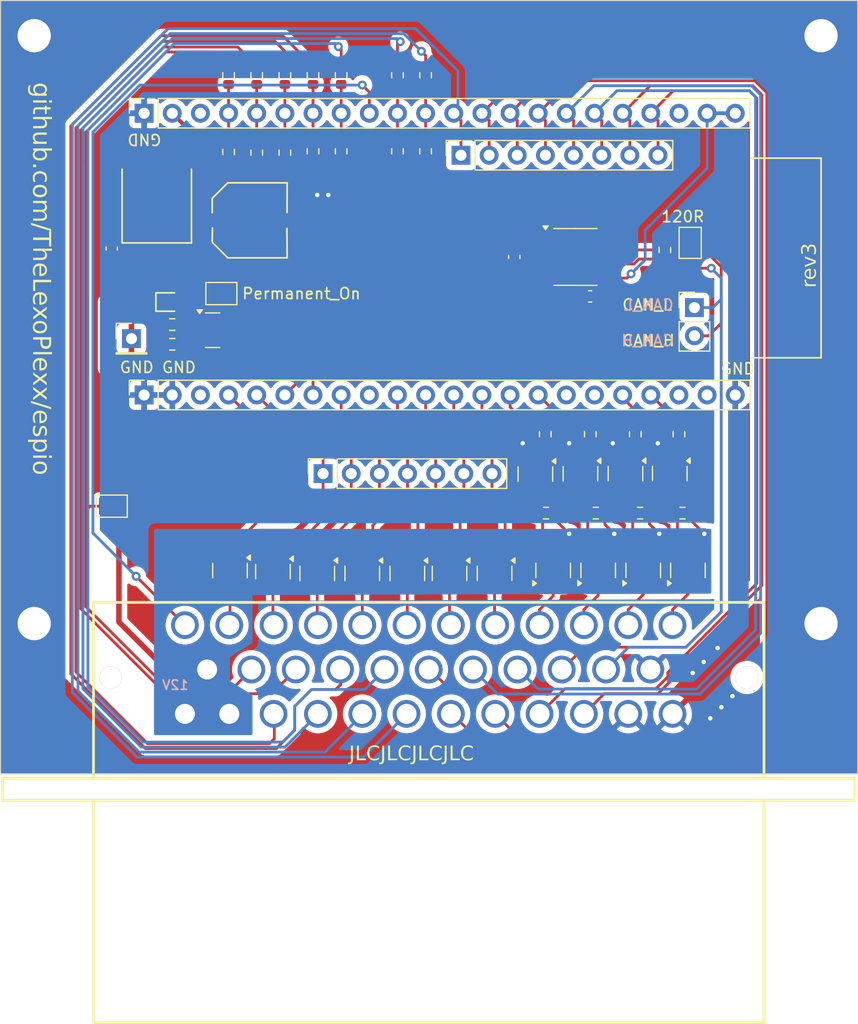
<source format=kicad_pcb>
(kicad_pcb (version 20241229) (generator "pcbnew") (generator_version "9.0")
  (layers (0 "F.Cu" signal) (2 "B.Cu" signal) (13 "F.Paste" user) (15 "B.Paste" user) (5 "F.SilkS" user "F.Silkscreen") (7 "B.SilkS" user "B.Silkscreen") (1 "F.Mask" user) (3 "B.Mask" user) (25 "Edge.Cuts" user))
  (net 0 "")
  (net 1 "+3V3")
  (net 2 "GND")
  (net 3 "+5V")
  (net 4 "CAN_L")
  (net 5 "CAN_H")
  (net 6 "Net-(Q1-C)")
  (net 7 "Net-(Q1-B)")
  (net 8 "+12V")
  (net 9 "Net-(Q3-C)")
  (net 10 "Net-(Q3-B)")
  (net 11 "Net-(Q5-B)")
  (net 12 "Net-(Q5-C)")
  (net 13 "Net-(JP1-B)")
  (net 14 "Net-(Q7-C)")
  (net 15 "Net-(Q7-B)")
  (net 16 "OUT_1")
  (net 17 "CAN_RX")
  (net 18 "CAN_TX")
  (net 19 "Net-(J2-Pin_6)")
  (net 20 "Net-(U2-13)")
  (net 21 "Net-(U2-12)")
  (net 22 "Net-(U2-11)")
  (net 23 "Net-(U2-10)")
  (net 24 "Net-(U2-9)")
  (net 25 "Net-(U2-3)")
  (net 26 "I2C0_SDA")
  (net 27 "I2C0_SCL")
  (net 28 "Net-(R15-Pad2)")
  (net 29 "/SwitchingNode4/SN_IN")
  (net 32 "/SwitchingNode2/SN_IN")
  (net 33 "/SwitchingNode3/SN_IN")
  (net 34 "/SwitchingNode1/SN_IN")
  (net 36 "unconnected-(U2-14-Pad3)")
  (net 37 "I_9")
  (net 38 "I_10")
  (net 39 "I_1")
  (net 40 "I_2")
  (net 41 "I_8")
  (net 42 "I_3")
  (net 43 "I_4")
  (net 44 "Net-(D2-A)")
  (net 46 "ABS_INPUT_VR_2")
  (net 47 "ABS_INPUT_HR_2")
  (net 48 "ABS_INPUT_HR_1")
  (net 49 "ABS_INPUT_VL_1")
  (net 50 "ABS_INPUT_HL_2")
  (net 51 "ABS_INPUT_VL_2")
  (net 52 "ABS_INPUT_HL_1")
  (net 53 "ABS_INPUT_VR_1")
  (net 54 "Net-(J2-Pin_5)")
  (net 55 "Net-(J2-Pin_7)")
  (net 56 "Net-(J2-Pin_3)")
  (net 57 "Net-(J2-Pin_2)")
  (net 58 "Net-(J2-Pin_1)")
  (net 59 "Net-(J2-Pin_4)")
  (net 61 "/12_12V_OUT")
  (net 62 "/11_12V_OUT")
  (net 63 "/10_12V_OUT")
  (net 64 "/9_12V_OUT")
  (net 65 "/7_PULL_DOWN")
  (net 66 "/6_PULL_DOWN")
  (net 67 "/8_PULL_DOWN")
  (net 68 "/4_PULL_DOWN")
  (net 69 "/3_PULL_DOWN")
  (net 70 "/2_PULL_DOWN")
  (net 71 "/5_PULL_DOWN")
  (net 72 "unconnected-(U3-19-Pad3)")
  (net 73 "Net-(JP3-B)")
  (net 74 "Net-(Q16-E)")
  (footprint "Connector_PinSocket_2.54mm:PinSocket_1x07_P2.54mm_Vertical" (layer "F.Cu") (at 130.068 111.481 90)
    (property "Reference" "J2" (hide yes))
    (property "Value" "Conn_01x07" (hide yes))
  )
  (footprint "Package_TO_SOT_SMD:SOT-23" (layer "F.Cu") (at 121.666 120.2205 -90)
    (property "Reference" "Q14" (hide yes))
    (property "Value" "BC817" (hide yes))
  )
  (footprint "Resistor_SMD:R_0603_1608Metric" (layer "F.Cu") (at 139.319 82.423 -90)
    (property "Reference" "R16" (hide yes))
    (property "Value" "6k8" (hide yes))
  )
  (footprint "lcsc:CONN-TH_35P-P4.00_K776180WR-2" (layer "F.Cu") (at 139.602 129.14)
    (property "Reference" "U6" (hide yes))
    (property "Value" "K776180WR-1" (hide yes))
  )
  (footprint "Resistor_SMD:R_0603_1608Metric" (layer "F.Cu") (at 139.319 75.565 -90)
    (property "Reference" "R15" (hide yes))
    (property "Value" "33k" (hide yes))
  )
  (footprint "Resistor_SMD:R_0603_1608Metric" (layer "F.Cu") (at 154.677 115.04)
    (property "Reference" "R31" (hide yes))
    (property "Value" "10k" (hide yes))
  )
  (footprint "Package_TO_SOT_SMD:SOT-23" (layer "F.Cu") (at 158.9555 120.206 90)
    (property "Reference" "Q4" (hide yes))
    (property "Value" "IRLML6402" (hide yes))
  )
  (footprint "Resistor_SMD:R_0603_1608Metric" (layer "F.Cu") (at 154.178 107.9215 -90)
    (property "Reference" "R19" (hide yes))
    (property "Value" "100R" (hide yes))
  )
  (footprint "Package_SO:SOIC-8_3.9x4.9mm_P1.27mm" (layer "F.Cu") (at 152.843 91.948)
    (property "Reference" "U1" (hide yes))
    (property "Value" "MCP2562-E-SN" (hide yes))
  )
  (footprint "Resistor_SMD:R_0603_1608Metric" (layer "F.Cu") (at 150.114 107.9215 -90)
    (property "Reference" "R20" (hide yes))
    (property "Value" "100R" (hide yes))
  )
  (footprint "Package_TO_SOT_SMD:SOT-23" (layer "F.Cu") (at 129.54 120.4745 -90)
    (property "Reference" "Q12" (hide yes))
    (property "Value" "BC817" (hide yes))
  )
  (footprint "Connector_PinSocket_2.54mm:PinSocket_1x22_P2.54mm_Vertical" (layer "F.Cu") (at 113.919 104.392 90)
    (property "Reference" "U3" (hide yes))
    (property "Value" "~" (hide yes))
  )
  (footprint "Resistor_SMD:R_0603_1608Metric" (layer "F.Cu") (at 162.179 107.9215 -90)
    (property "Reference" "R1" (hide yes))
    (property "Value" "100R" (hide yes))
  )
  (footprint "lcsc:SOD-80_L3.5-W1.5-RD" (layer "F.Cu") (at 115.824 96.012)
    (property "Reference" "D2" (hide yes))
    (property "Value" "BZV55C15_C545332" (hide yes))
  )
  (footprint "Resistor_SMD:R_0603_1608Metric" (layer "F.Cu") (at 129.159 75.565 -90)
    (property "Reference" "R55" (hide yes))
    (property "Value" "33k" (hide yes))
  )
  (footprint "Package_TO_SOT_SMD:SOT-23" (layer "F.Cu") (at 154.8915 120.206 90)
    (property "Reference" "Q6" (hide yes))
    (property "Value" "IRLML6402" (hide yes))
  )
  (footprint "Resistor_SMD:R_0603_1608Metric" (layer "F.Cu") (at 160.906 91.313 -90)
    (property "Reference" "R63" (hide yes))
    (property "Value" "120R" (hide yes))
  )
  (footprint "Package_TO_SOT_SMD:SOT-23" (layer "F.Cu") (at 137.668 120.4745 -90)
    (property "Reference" "Q10" (hide yes))
    (property "Value" "BC817" (hide yes))
  )
  (footprint "Resistor_SMD:R_0603_1608Metric" (layer "F.Cu") (at 150.177 115.04)
    (property "Reference" "R32" (hide yes))
    (property "Value" "10k" (hide yes))
  )
  (footprint "Package_TO_SOT_SMD:SOT-23" (layer "F.Cu") (at 141.478 120.4745 -90)
    (property "Reference" "Q9" (hide yes))
    (property "Value" "BC817" (hide yes))
  )
  (footprint "Resistor_SMD:R_0603_1608Metric" (layer "F.Cu") (at 116.46 99.822 180)
    (property "Reference" "R3" (hide yes))
    (property "Value" "1M" (hide yes))
  )
  (footprint "Resistor_SMD:R_0603_1608Metric" (layer "F.Cu") (at 116.46 98.044)
    (property "Reference" "R2" (hide yes))
    (property "Value" "4M" (hide yes))
  )
  (footprint "Package_TO_SOT_SMD:SOT-23" (layer "F.Cu") (at 145.542 120.4745 -90)
    (property "Reference" "Q11" (hide yes))
    (property "Value" "BC817" (hide yes))
  )
  (footprint "Connector_PinHeader_2.54mm:PinHeader_1x01_P2.54mm_Vertical" (layer "F.Cu") (at 112.776 99.314)
    (property "Reference" "J4" (hide yes))
    (property "Value" "Conn_01x01" (hide yes))
  )
  (footprint "Connector_PinSocket_2.54mm:PinSocket_1x22_P2.54mm_Vertical" (layer "F.Cu") (at 113.919 78.994 90)
    (property "Reference" "U2" (hide yes))
    (property "Value" "~")
  )
  (footprint "Jumper:SolderJumper-2_P1.3mm_Open_Pad1.0x1.5mm" (layer "F.Cu") (at 110.998 114.412 180)
    (property "Reference" "JP2" (hide yes))
    (property "Value" "VCC_as_Pin_8" (hide yes))
  )
  (footprint "Resistor_SMD:R_0603_1608Metric" (layer "F.Cu") (at 136.779 82.423 -90)
    (property "Reference" "R13" (hide yes))
    (property "Value" "6k8" (hide yes))
  )
  (footprint "Resistor_SMD:R_0603_1608Metric" (layer "F.Cu") (at 121.539 75.565 -90)
    (property "Reference" "R49" (hide yes))
    (property "Value" "33k" (hide yes))
  )
  (footprint "Package_TO_SOT_SMD:SOT-23" (layer "F.Cu") (at 120.0945 98.552)
    (property "Reference" "Q16" (hide yes))
    (property "Value" "BC817" (hide yes))
  )
  (footprint "Package_TO_SOT_SMD:SOT-23" (layer "F.Cu") (at 150.8275 120.206 90)
    (property "Reference" "Q8" (hide yes))
    (property "Value" "IRLML6402" (hide yes))
  )
  (footprint "Package_TO_SOT_SMD:SOT-23" (layer "F.Cu") (at 153.289 111.493 -90)
    (property "Reference" "Q5" (hide yes))
    (property "Value" "BC817" (hide yes))
  )
  (footprint "Jumper:SolderJumper-2_P1.3mm_Open_Pad1.0x1.5mm" (layer "F.Cu") (at 163.192 90.678 90)
    (property "Reference" "JP1" (hide yes))
    (property "Value" "Jumper_2_Open" (hide yes))
  )
  (footprint "Jumper:SolderJumper-2_P1.3mm_Open_Pad1.0x1.5mm" (layer "F.Cu") (at 120.89 95.25 180)
    (property "Reference" "JP3" (hide yes))
    (property "Value" "Jumper_2_Open" (hide yes))
  )
  (footprint "Capacitor_SMD:C_0603_1608Metric" (layer "F.Cu") (at 110.998 91.186 90)
    (property "Reference" "C4" (hide yes))
    (property "Value" "0.1uF" (hide yes))
  )
  (footprint "Connector_PinHeader_2.54mm:PinHeader_1x02_P2.54mm_Vertical" (layer "F.Cu") (at 163.576 96.515)
    (property "Reference" "J1" (hide yes))
    (property "Value" "Conn_Dbg_Header" (hide yes))
  )
  (footprint "Package_TO_SOT_SMD:SOT-23" (layer "F.Cu") (at 133.604 120.4745 -90)
    (property "Reference" "Q15" (hide yes))
    (property "Value" "BC817" (hide yes))
  )
  (footprint "Package_TO_SOT_SMD:SOT-23" (layer "F.Cu") (at 125.542 120.3175 -90)
    (property "Reference" "Q13" (hide yes))
    (property "Value" "BC817" (hide yes))
  )
  (footprint "Resistor_SMD:R_0603_1608Metric" (layer "F.Cu") (at 126.619 75.565 -90)
    (property "Reference" "R53" (hide yes))
    (property "Value" "33k" (hide yes))
  )
  (footprint "Package_TO_SOT_SMD:SOT-23" (layer "F.Cu") (at 149.225 111.521 -90)
    (property "Reference" "Q7" (hide yes))
    (property "Value" "BC817" (hide yes))
  )
  (footprint "Resistor_SMD:R_0603_1608Metric" (layer "F.Cu") (at 124.079 82.55 -90)
    (property "Reference" "R52" (hide yes))
    (property "Value" "6k8" (hide yes))
  )
  (footprint "Package_TO_SOT_SMD:SOT-23" (layer "F.Cu") (at 161.351 111.4775 -90)
    (property "Reference" "Q1" (hide yes))
    (property "Value" "BC817" (hide yes))
  )
  (footprint "Resistor_SMD:R_0603_1608Metric" (layer "F.Cu") (at 158.677 115.04)
    (property "Reference" "R30" (hide yes))
    (property "Value" "10k" (hide yes))
  )
  (footprint "Resistor_SMD:R_0603_1608Metric" (layer "F.Cu") (at 129.159 82.423 -90)
    (property "Reference" "R56" (hide yes))
    (property "Value" "6k8" (hide yes))
  )
  (footprint "Resistor_SMD:R_0603_1608Metric" (layer "F.Cu") (at 131.699 82.423 -90)
    (property "Reference" "R58" (hide yes))
    (property "Value" "6k8" (hide yes))
  )
  (footprint "lcsc:PPAK-5_L6.5-W6.1-P1.27-LS10.0-TL" (layer "F.Cu") (at 115.062 88.773 90)
    (property "Reference" "U5" (hide yes))
    (property "Value" "LF50CPT-TR" (hide yes))
  )
  (footprint "Capacitor_SMD:C_0603_1608Metric" (layer "F.Cu") (at 147.317 91.94 90)
    (property "Reference" "C2" (hide yes))
    (property "Value" "0.1uF")
  )
  (footprint "Resistor_SMD:R_0603_1608Metric" (layer "F.Cu") (at 158.242 107.9215 -90)
    (property "Reference" "R18" (hide yes))
    (property "Value" "100R" (hide yes))
  )
  (footprint "Capacitor_SMD:C_0603_1608Metric" (layer "F.Cu") (at 154.165 95.504 180)
    (property "Reference" "C1" (hide yes))
    (property "Value" "0.1uF" (hide yes))
  )
  (footprint "Resistor_SMD:R_0603_1608Metric" (layer "F.Cu") (at 124.079 75.565 -90)
    (property "Reference" "R51" (hide yes))
    (property "Value" "33k" (hide yes))
  )
  (footprint "Resistor_SMD:R_0603_1608Metric" (layer "F.Cu") (at 121.539 82.486 -90)
    (property "Reference" "R50" (hide yes))
    (property "Value" "6k8" (hide yes))
  )
  (footprint "Resistor_SMD:R_0603_1608Metric" (layer "F.Cu") (at 162.502 115.04)
    (property "Reference" "R29" (hide yes))
    (property "Value" "10k" (hide yes))
  )
  (footprint "Package_TO_SOT_SMD:SOT-23" (layer "F.Cu") (at 157.353 111.4775 -90)
    (property "Reference" "Q3" (hide yes))
    (property "Value" "BC817" (hide yes))
  )
  (footprint "Resistor_SMD:R_0603_1608Metric" (layer "F.Cu") (at 131.699 75.565 -90)
    (property "Reference" "R57" (hide yes))
    (property "Value" "33k" (hide yes))
  )
  (footprint "Resistor_SMD:R_0603_1608Metric" (layer "F.Cu") (at 126.619 82.55 -90)
    (property "Reference" "R54" (hide yes))
    (property "Value" "6k8" (hide yes))
  )
  (footprint "Package_TO_SOT_SMD:SOT-23" (layer "F.Cu") (at 162.9895 120.206 90)
    (property "Reference" "Q2" (hide yes))
    (property "Value" "IRLML6402" (hide yes))
  )
  (footprint "Connector_PinSocket_2.54mm:PinSocket_1x08_P2.54mm_Vertical" (layer "F.Cu") (at 142.509 82.779 90)
    (property "Reference" "J3" (hide yes))
    (property "Value" "Conn_01x08" (hide yes))
  )
  (footprint "Resistor_SMD:R_0603_1608Metric" (layer "F.Cu") (at 136.779 75.565 -90)
    (property "Reference" "R14" (hide yes))
    (property "Value" "33k" (hide yes))
  )
  (footprint "lcsc:CAP-SMD_BD6.3-L6.6-W6.6-FD" (layer "F.Cu") (at 123.444 88.646)
    (property "Reference" "C3" (hide yes))
    (property "Value" "RVT2A2R2M0605_C335981" (hide yes))
  )
  (gr_line (start 168.652 101.04) (end 175.002 101.04) (stroke (width 0.15)) (layer "F.SilkS"))
  (gr_line (start 168.652 83.04) (end 175.002 83.04) (stroke (width 0.15)) (layer "F.SilkS"))
  (gr_line (start 175.002 83.04) (end 175.002 101.04) (stroke (width 0.15)) (layer "F.SilkS"))
  (gr_rect (start 100.965 68.834) (end 178.308 138.557) (stroke (width 0.1)) (fill no) (layer "Edge.Cuts"))
  (gr_text "Permanent_On" (at 122.682 95.25 0) (layer "F.SilkS") (effects (font (size 1 1)) (justify left)))
  (gr_text "GND" (at 115.57 80.772 180) (layer "F.SilkS") (effects (font (size 1 1)) (justify left bottom)))
  (gr_text "120R" (at 160.502 88.9 0) (layer "F.SilkS") (effects (font (size 1 1)) (justify left bottom)))
  (gr_text "github.com/TheLexoPlexx/espio" (at 103.632 76.2 270) (layer "F.SilkS") (effects (font (size 1.6 1.6) (thickness 0.2)) (justify left bottom)))
  (gr_text "GND GND" (at 111.633 102.489 0) (layer "F.SilkS") (effects (font (size 1 1)) (justify left bottom)))
  (gr_text "GND" (at 165.862 102.616 0) (layer "F.SilkS") (effects (font (size 1 1)) (justify left bottom)))
  (gr_text "JLCJLCJLCJLC" (at 132.402 137.54 0) (layer "F.SilkS") (effects (font (size 1.3 1.3)) (justify left bottom)))
  (gr_text "rev3" (at 174.752 94.742 90) (layer "F.SilkS") (effects (font (size 1.3 1.3)) (justify left bottom)))
  (gr_text "CAN_L\n\nCAN_H" (at 156.972 100.076 0) (layer "F.SilkS") (effects (font (size 1 1)) (justify left bottom)))
  (gr_text "CAN_L\n\nCAN_H" (at 161.798 100.076 0) (layer "B.SilkS") (effects (font (size 1 1)) (justify left bottom mirror)))
  (gr_text "12V" (at 118.002 131.04 0) (layer "B.SilkS") (effects (font (size 0.85 0.85)) (justify left bottom mirror)))
  (segment (start 155.435 93.97) (end 155.318 93.853) (width 0.25) (layer "F.Cu") (net 1))
  (segment (start 155.318 95.126) (end 154.94 95.504) (width 0.25) (layer "F.Cu") (net 1))
  (segment (start 157.477 93.853) (end 155.318 93.853) (width 0.25) (layer "F.Cu") (net 1))
  (segment (start 155.318 93.853) (end 155.318 95.126) (width 0.25) (layer "F.Cu") (net 1))
  (segment (start 157.858 93.472) (end 157.477 93.853) (width 0.25) (layer "F.Cu") (net 1))
  (via (at 157.858 93.472) (size 0.8) (drill 0.4) (layers "F.Cu" "B.Cu") (net 1))
  (segment (start 167.259 78.994) (end 164.719 78.994) (width 0.35) (layer "B.Cu") (net 1))
  (segment (start 159.128 92.202) (end 159.128 89.538) (width 0.25) (layer "B.Cu") (net 1))
  (segment (start 159.128 89.538) (end 164.719 83.947) (width 0.25) (layer "B.Cu") (net 1))
  (segment (start 157.858 93.472) (end 159.128 92.202) (width 0.25) (layer "B.Cu") (net 1))
  (segment (start 164.719 83.947) (end 164.719 78.994) (width 0.25) (layer "B.Cu") (net 1))
  (segment (start 165.354 131.892) (end 165.354 129.392) (width 0.65) (layer "F.Cu") (net 2))
  (segment (start 147.465 91.313) (end 147.317 91.165) (width 0.25) (layer "F.Cu") (net 2))
  (segment (start 164.211 130.249) (end 163.416653 129.454653) (width 0.65) (layer "F.Cu") (net 2))
  (segment (start 165.354 129.392) (end 164.416653 128.454653) (width 0.65) (layer "F.Cu") (net 2))
  (segment (start 165.002 133.54) (end 164.211 132.749) (width 0.65) (layer "F.Cu") (net 2))
  (segment (start 164.211 132.749) (end 164.211 130.249) (width 0.65) (layer "F.Cu") (net 2))
  (segment (start 166.497 128.035) (end 166.497 131.035) (width 0.65) (layer "F.Cu") (net 2))
  (segment (start 166.002 132.54) (end 165.354 131.892) (width 0.65) (layer "F.Cu") (net 2))
  (segment (start 150.368 91.313) (end 147.465 91.313) (width 0.25) (layer "F.Cu") (net 2))
  (segment (start 147.33 91.313) (end 147.317 91.3) (width 0.25) (layer "F.Cu") (net 2))
  (segment (start 166.497 131.035) (end 167.002 131.54) (width 0.65) (layer "F.Cu") (net 2))
  (segment (start 165.666653 127.204653) (end 166.497 128.035) (width 0.65) (layer "F.Cu") (net 2))
  (via (at 130.54 86.36) (size 0.8) (drill 0.4) (layers "F.Cu" "B.Cu") (net 2))
  (via (at 165.002 133.54) (size 0.8) (drill 0.4) (layers "F.Cu" "B.Cu") (net 2))
  (via (at 160.274 108.7465) (size 0.8) (drill 0.4) (layers "F.Cu" "B.Cu") (net 2))
  (via (at 164.416653 128.454653) (size 0.8) (drill 0.4) (layers "F.Cu" "B.Cu") (net 2))
  (via (at 165.666653 127.204653) (size 0.8) (drill 0.4) (layers "F.Cu" "B.Cu") (net 2))
  (via (at 104 72) (size 3.2) (drill 3) (layers "F.Cu" "B.Cu") (net 2))
  (via (at 166.002 132.54) (size 0.8) (drill 0.4) (layers "F.Cu" "B.Cu") (net 2))
  (via (at 175 72) (size 3.2) (drill 3) (layers "F.Cu" "B.Cu") (net 2))
  (via (at 148.082 108.7465) (size 0.8) (drill 0.4) (layers "F.Cu" "B.Cu") (net 2))
  (via (at 167.002 131.54) (size 0.8) (drill 0.4) (layers "F.Cu" "B.Cu") (net 2))
  (via (at 156.21 108.7465) (size 0.8) (drill 0.4) (layers "F.Cu" "B.Cu") (net 2))
  (via (at 104 125) (size 3.2) (drill 3) (layers "F.Cu" "B.Cu") (net 2))
  (via (at 175 125) (size 3.2) (drill 3) (layers "F.Cu" "B.Cu") (net 2))
  (via (at 129.54 86.36) (size 0.8) (drill 0.4) (layers "F.Cu" "B.Cu") (net 2))
  (via (at 163.416653 129.454653) (size 0.8) (drill 0.4) (layers "F.Cu" "B.Cu") (net 2))
  (via (at 152.273 108.7465) (size 0.8) (drill 0.4) (layers "F.Cu" "B.Cu") (net 2))
  (segment (start 118.337 92.223) (end 117.602 92.223) (width 0.35) (layer "F.Cu") (net 3))
  (segment (start 119.126 86.998) (end 120.774 88.646) (width 0.35) (layer "F.Cu") (net 3))
  (segment (start 120.774 89.786) (end 118.337 92.223) (width 0.35) (layer "F.Cu") (net 3))
  (segment (start 120.774 88.646) (end 120.774 89.786) (width 0.35) (layer "F.Cu") (net 3))
  (segment (start 147.312 92.71) (end 123.698 92.71) (width 0.35) (layer "F.Cu") (net 3))
  (segment (start 120.774 89.786) (end 123.698 92.71) (width 0.35) (layer "F.Cu") (net 3))
  (segment (start 150.368 92.583) (end 147.449 92.583) (width 0.25) (layer "F.Cu") (net 3))
  (segment (start 116.459 78.994) (end 119.126 81.661) (width 0.35) (layer "F.Cu") (net 3))
  (segment (start 147.449 92.583) (end 147.317 92.715) (width 0.25) (layer "F.Cu") (net 3))
  (segment (start 147.317 92.715) (end 147.312 92.71) (width 0.35) (layer "F.Cu") (net 3))
  (segment (start 119.126 81.661) (end 119.126 86.998) (width 0.35) (layer "F.Cu") (net 3))
  (segment (start 162.306 92.964) (end 165.097 92.964) (width 0.25) (layer "F.Cu") (net 4))
  (segment (start 160.906 92.138) (end 158.56 92.138) (width 0.25) (layer "F.Cu") (net 4))
  (segment (start 158.115 92.583) (end 155.318 92.583) (width 0.25) (layer "F.Cu") (net 4))
  (segment (start 160.906 92.138) (end 161.48 92.138) (width 0.25) (layer "F.Cu") (net 4))
  (segment (start 158.56 92.138) (end 158.115 92.583) (width 0.25) (layer "F.Cu") (net 4))
  (segment (start 161.48 92.138) (end 162.306 92.964) (width 0.25) (layer "F.Cu") (net 4))
  (segment (start 155.318 92.583) (end 155.445 92.456) (width 0.25) (layer "F.Cu") (net 4))
  (via (at 165.097 92.964) (size 0.8) (drill 0.4) (layers "F.Cu" "B.Cu") (net 4))
  (segment (start 165.989 93.856) (end 165.097 92.964) (width 0.25) (layer "B.Cu") (net 4))
  (segment (start 155.667 129.095) (end 157.635 127.127) (width 0.25) (layer "B.Cu") (net 4))
  (segment (start 165.989 123.953) (end 165.989 96.012) (width 0.25) (layer "B.Cu") (net 4))
  (segment (start 165.989 96.012) (end 165.989 95.758) (width 0.25) (layer "B.Cu") (net 4))
  (segment (start 157.635 127.127) (end 162.815 127.127) (width 0.25) (layer "B.Cu") (net 4))
  (segment (start 165.989 95.758) (end 165.989 93.856) (width 0.25) (layer "B.Cu") (net 4))
  (segment (start 165.989 95.758) (end 165.232 96.515) (width 0.25) (layer "B.Cu") (net 4))
  (segment (start 165.232 96.515) (end 163.576 96.515) (width 0.25) (layer "B.Cu") (net 4))
  (segment (start 162.815 127.127) (end 165.989 123.953) (width 0.25) (layer "B.Cu") (net 4))
  (segment (start 164.846 99.06) (end 163.581 99.06) (width 0.25) (layer "F.Cu") (net 5))
  (segment (start 165.989 123.953) (end 165.989 95.758) (width 0.25) (layer "F.Cu") (net 5))
  (segment (start 162.815 127.127) (end 165.989 123.953) (width 0.25) (layer "F.Cu") (net 5))
  (segment (start 151.667 129.095) (end 153.635 127.127) (width 0.25) (layer "F.Cu") (net 5))
  (segment (start 163.177 91.313) (end 163.192 91.328) (width 0.25) (layer "F.Cu") (net 5))
  (segment (start 165.989 97.917) (end 164.846 99.06) (width 0.25) (layer "F.Cu") (net 5))
  (segment (start 155.318 91.313) (end 163.177 91.313) (width 0.25) (layer "F.Cu") (net 5))
  (segment (start 153.635 127.127) (end 162.815 127.127) (width 0.25) (layer "F.Cu") (net 5))
  (segment (start 163.581 99.06) (end 163.576 99.055) (width 0.25) (layer "F.Cu") (net 5))
  (segment (start 165.989 95.758) (end 165.989 92.830695) (width 0.25) (layer "F.Cu") (net 5))
  (segment (start 165.989 95.758) (end 165.989 97.917) (width 0.25) (layer "F.Cu") (net 5))
  (segment (start 165.989 92.830695) (end 164.486305 91.328) (width 0.25) (layer "F.Cu") (net 5))
  (segment (start 164.486305 91.328) (end 163.192 91.328) (width 0.25) (layer "F.Cu") (net 5))
  (segment (start 162.0395 121.1435) (end 162.0395 115.4025) (width 0.25) (layer "F.Cu") (net 6))
  (segment (start 161.351 114.714) (end 161.677 115.04) (width 0.25) (layer "F.Cu") (net 6))
  (segment (start 161.351 112.415) (end 161.351 114.714) (width 0.25) (layer "F.Cu") (net 6))
  (segment (start 162.0395 115.4025) (end 161.677 115.04) (width 0.25) (layer "F.Cu") (net 6))
  (segment (start 162.301 108.8685) (end 162.179 108.7465) (width 0.25) (layer "F.Cu") (net 7))
  (segment (start 162.301 110.54) (end 162.301 108.8685) (width 0.25) (layer "F.Cu") (net 7))
  (segment (start 159.9055 117.3995) (end 160.401 116.904) (width 0.25) (layer "F.Cu") (net 8))
  (segment (start 159.9055 121.1435) (end 159.9055 117.3995) (width 0.25) (layer "F.Cu") (net 8))
  (segment (start 155.502 116.069) (end 156.337 116.904) (width 0.25) (layer "F.Cu") (net 8))
  (segment (start 115.635 98.044) (end 115.635 97.855) (width 0.25) (layer "F.Cu") (net 8))
  (segment (start 111.76 91.948) (end 111.011 91.948) (width 0.5) (layer "F.Cu") (net 8))
  (segment (start 111.648 124.856) (end 111.648 114.412) (width 0.5) (layer "F.Cu") (net 8))
  (segment (start 155.8415 117.3995) (end 156.337 116.904) (width 0.25) (layer "F.Cu") (net 8))
  (segment (start 159.502 116.005) (end 160.401 116.904) (width 0.25) (layer "F.Cu") (net 8))
  (segment (start 115.062 97.282) (end 115.064 97.28) (width 0.25) (layer "F.Cu") (net 8))
  (segment (start 119.667 129.095) (end 115.887 129.095) (width 0.5) (layer "F.Cu") (net 8))
  (segment (start 112.776 100.584) (end 111.648 101.712) (width 0.5) (layer "F.Cu") (net 8))
  (segment (start 110.49 101.966) (end 110.49 96.012) (width 0.5) (layer "F.Cu") (net 8))
  (segment (start 112.522 96.266) (end 112.522 92.223) (width 0.5) (layer "F.Cu") (net 8))
  (segment (start 114.054 96.012) (end 113.284 96.012) (width 0.25) (layer "F.Cu") (net 8))
  (segment (start 111.648 101.712) (end 111.648 103.124) (width 0.5) (layer "F.Cu") (net 8))
  (segment (start 110.49 96.012) (end 112.522 93.98) (width 0.5) (layer "F.Cu") (net 8))
  (segment (start 151.7775 121.1435) (end 151.7775 117.3995) (width 0.25) (layer "F.Cu") (net 8))
  (segment (start 112.776 96.52) (end 112.522 96.266) (width 0.5) (layer "F.Cu") (net 8))
  (segment (start 163.9395 121.1435) (end 163.9395 117.4295) (width 0.25) (layer "F.Cu") (net 8))
  (segment (start 114.054 96.27) (end 114.054 96.012) (width 0.25) (layer "F.Cu") (net 8))
  (segment (start 155.8415 121.1435) (end 155.8415 117.3995) (width 0.25) (layer "F.Cu") (net 8))
  (segment (start 112.035 92.223) (end 111.76 91.948) (width 0.5) (layer "F.Cu") (net 8))
  (segment (start 151.002 115.633) (end 152.273 116.904) (width 0.25) (layer "F.Cu") (net 8))
  (segment (start 159.502 115.04) (end 159.502 116.005) (width 0.25) (layer "F.Cu") (net 8))
  (segment (start 112.776 99.314) (end 112.776 96.52) (width 0.5) (layer "F.Cu") (net 8))
  (segment (start 113.284 96.012) (end 112.776 96.52) (width 0.25) (layer "F.Cu") (net 8))
  (segment (start 163.9395 117.4295) (end 164.465 116.904) (width 0.25) (layer "F.Cu") (net 8))
  (segment (start 115.635 97.855) (end 115.062 97.282) (width 0.25) (layer "F.Cu") (net 8))
  (segment (start 163.327 115.766) (end 164.465 116.904) (width 0.25) (layer "F.Cu") (net 8))
  (segment (start 151.002 115.04) (end 151.002 115.633) (width 0.25) (layer "F.Cu") (net 8))
  (segment (start 115.064 97.28) (end 114.054 96.27) (width 0.25) (layer "F.Cu") (net 8))
  (segment (start 112.522 92.223) (end 112.035 92.223) (width 0.5) (layer "F.Cu") (net 8))
  (segment (start 111.011 91.948) (end 110.998 91.961) (width 0.5) (layer "F.Cu") (net 8))
  (segment (start 163.327 115.04) (end 163.327 115.766) (width 0.25) (layer "F.Cu") (net 8))
  (segment (start 111.648 103.124) (end 110.49 101.966) (width 0.5) (layer "F.Cu") (net 8))
  (segment (start 115.887 129.095) (end 111.648 124.856) (width 0.5) (layer "F.Cu") (net 8))
  (segment (start 112.776 99.314) (end 112.776 100.584) (width 0.5) (layer "F.Cu") (net 8))
  (segment (start 151.7775 117.3995) (end 152.273 116.904) (width 0.25) (layer "F.Cu") (net 8))
  (segment (start 155.502 115.04) (end 155.502 116.069) (width 0.25) (layer "F.Cu") (net 8))
  (segment (start 112.522 93.98) (end 112.522 92.223) (width 0.5) (layer "F.Cu") (net 8))
  (segment (start 111.648 114.412) (end 111.648 103.124) (width 0.5) (layer "F.Cu") (net 8))
  (via (at 156.337 116.904) (size 0.8) (drill 0.4) (layers "F.Cu" "B.Cu") (net 8))
  (via (at 164.465 116.904) (size 0.8) (drill 0.4) (layers "F.Cu" "B.Cu") (net 8))
  (via (at 152.273 116.904) (size 0.8) (drill 0.4) (layers "F.Cu" "B.Cu") (net 8))
  (via (at 160.401 116.904) (size 0.8) (drill 0.4) (layers "F.Cu" "B.Cu") (net 8))
  (segment (start 164.465 116.904) (end 160.401 116.904) (width 1) (layer "B.Cu") (net 8))
  (segment (start 121.667 133.095) (end 121.538 133.095) (width 1.5) (layer "B.Cu") (net 8))
  (segment (start 160.401 116.904) (end 156.337 116.904) (width 1) (layer "B.Cu") (net 8))
  (segment (start 156.337 116.904) (end 152.273 116.904) (width 1) (layer "B.Cu") (net 8))
  (segment (start 117.667 133.095) (end 117.796 133.095) (width 1.5) (layer "B.Cu") (net 8))
  (segment (start 158.0055 121.1435) (end 158.0055 115.1935) (width 0.25) (layer "F.Cu") (net 9))
  (segment (start 157.353 114.541) (end 157.852 115.04) (width 0.25) (layer "F.Cu") (net 9))
  (segment (start 158.0055 115.1935) (end 157.852 115.04) (width 0.25) (layer "F.Cu") (net 9))
  (segment (start 157.353 112.415) (end 157.353 114.541) (width 0.25) (layer "F.Cu") (net 9))
  (segment (start 158.303 110.54) (end 158.303 108.8075) (width 0.25) (layer "F.Cu") (net 10))
  (segment (start 158.303 108.8075) (end 158.242 108.7465) (width 0.25) (layer "F.Cu") (net 10))
  (segment (start 154.239 108.8075) (end 154.178 108.7465) (width 0.25) (layer "F.Cu") (net 11))
  (segment (start 154.239 110.5555) (end 154.239 108.8075) (width 0.25) (layer "F.Cu") (net 11))
  (segment (start 153.289 112.4305) (end 153.289 114.477) (width 0.25) (layer "F.Cu") (net 12))
  (segment (start 153.9415 115.1295) (end 153.852 115.04) (width 0.25) (layer "F.Cu") (net 12))
  (segment (start 153.289 114.477) (end 153.852 115.04) (width 0.25) (layer "F.Cu") (net 12))
  (segment (start 153.9415 121.1435) (end 153.9415 115.1295) (width 0.25) (layer "F.Cu") (net 12))
  (segment (start 163.192 90.028) (end 161.366 90.028) (width 0.25) (layer "F.Cu") (net 13))
  (segment (start 161.366 90.028) (end 160.906 90.488) (width 0.25) (layer "F.Cu") (net 13))
  (segment (start 149.8775 121.1435) (end 149.8775 115.5655) (width 0.25) (layer "F.Cu") (net 14))
  (segment (start 149.225 114.913) (end 149.352 115.04) (width 0.25) (layer "F.Cu") (net 14))
  (segment (start 149.8775 115.5655) (end 149.352 115.04) (width 0.25) (layer "F.Cu") (net 14))
  (segment (start 149.225 112.4585) (end 149.225 114.913) (width 0.25) (layer "F.Cu") (net 14))
  (segment (start 150.175 108.8075) (end 150.114 108.7465) (width 0.25) (layer "F.Cu") (net 15))
  (segment (start 150.175 110.5835) (end 150.175 108.8075) (width 0.25) (layer "F.Cu") (net 15))
  (segment (start 117.602 125.14) (end 113.198 120.736) (width 0.25) (layer "F.Cu") (net 16))
  (segment (start 117.79 124.952) (end 117.602 125.14) (width 0.25) (layer "F.Cu") (net 16))
  (segment (start 134.239 77.089) (end 133.604 76.454) (width 0.25) (layer "F.Cu") (net 16))
  (segment (start 134.239 78.994) (end 134.239 77.089) (width 0.25) (layer "F.Cu") (net 16))
  (via (at 113.198 120.736) (size 0.8) (drill 0.4) (layers "F.Cu" "B.Cu") (net 16))
  (via (at 133.604 76.454) (size 0.8) (drill 0.4) (layers "F.Cu" "B.Cu") (net 16))
  (segment (start 133.604 76.454) (end 113.542206 76.454) (width 0.25) (layer "B.Cu") (net 16))
  (segment (start 109.301 80.695206) (end 109.301 116.839) (width 0.25) (layer "B.Cu") (net 16))
  (segment (start 109.301 116.839) (end 113.198 120.736) (width 0.25) (layer "B.Cu") (net 16))
  (segment (start 113.542206 76.454) (end 109.301 80.695206) (width 0.25) (layer "B.Cu") (net 16))
  (segment (start 147.32 95.504) (end 148.971 93.853) (width 0.25) (layer "F.Cu") (net 17))
  (segment (start 135.507 95.504) (end 147.32 95.504) (width 0.25) (layer "F.Cu") (net 17))
  (segment (start 148.971 93.853) (end 150.368 93.853) (width 0.25) (layer "F.Cu") (net 17))
  (segment (start 126.619 104.392) (end 135.507 95.504) (width 0.25) (layer "F.Cu") (net 17))
  (segment (start 129.159 102.48981) (end 135.63681 96.012) (width 0.25) (layer "F.Cu") (net 18))
  (segment (start 152.146 94.234661) (end 152.146 90.684) (width 0.25) (layer "F.Cu") (net 18))
  (segment (start 151.505 90.043) (end 150.368 90.043) (width 0.25) (layer "F.Cu") (net 18))
  (segment (start 135.63681 96.012) (end 150.368661 96.012) (width 0.25) (layer "F.Cu") (net 18))
  (segment (start 150.368661 96.012) (end 152.146 94.234661) (width 0.25) (layer "F.Cu") (net 18))
  (segment (start 152.146 90.684) (end 151.505 90.043) (width 0.25) (layer "F.Cu") (net 18))
  (segment (start 129.159 104.392) (end 129.159 102.48981) (width 0.25) (layer "F.Cu") (net 18))
  (segment (start 142.428 119.537) (end 142.428 113.284) (width 0.25) (layer "F.Cu") (net 19))
  (segment (start 142.768 112.944) (end 142.768 111.481) (width 0.25) (layer "F.Cu") (net 19))
  (segment (start 142.428 104.961) (end 141.859 104.392) (width 0.25) (layer "F.Cu") (net 19))
  (segment (start 141.859 104.392) (end 142.302 103.949) (width 0.25) (layer "F.Cu") (net 19))
  (segment (start 142.768 109.24) (end 141.859 108.331) (width 0.25) (layer "F.Cu") (net 19))
  (segment (start 142.768 111.481) (end 142.768 109.24) (width 0.25) (layer "F.Cu") (net 19))
  (segment (start 142.428 113.284) (end 142.768 112.944) (width 0.25) (layer "F.Cu") (net 19))
  (segment (start 141.859 108.331) (end 141.859 104.392) (width 0.25) (layer "F.Cu") (net 19))
  (segment (start 121.539 78.994) (end 121.539 76.39) (width 0.25) (layer "F.Cu") (net 20))
  (segment (start 121.539 81.661) (end 121.539 78.994) (width 0.25) (layer "F.Cu") (net 20))
  (segment (start 124.079 76.39) (end 124.079 78.994) (width 0.25) (layer "F.Cu") (net 21))
  (segment (start 124.079 81.725) (end 124.079 78.994) (width 0.25) (layer "F.Cu") (net 21))
  (segment (start 126.619 76.39) (end 126.619 78.994) (width 0.25) (layer "F.Cu") (net 22))
  (segment (start 126.619 81.725) (end 126.619 78.994) (width 0.25) (layer "F.Cu") (net 22))
  (segment (start 129.159 78.994) (end 129.159 81.598) (width 0.25) (layer "F.Cu") (net 23))
  (segment (start 129.159 76.39) (end 129.159 78.994) (width 0.25) (layer "F.Cu") (net 23))
  (segment (start 131.699 78.994) (end 131.699 76.39) (width 0.25) (layer "F.Cu") (net 24))
  (segment (start 131.699 81.598) (end 131.699 78.994) (width 0.25) (layer "F.Cu") (net 24))
  (segment (start 136.779 76.39) (end 136.779 78.994) (width 0.25) (layer "F.Cu") (net 25))
  (segment (start 136.779 78.994) (end 136.779 81.598) (width 0.25) (layer "F.Cu") (net 25))
  (segment (start 152.019 104.392) (end 152.019 103.759) (width 0.25) (layer "F.Cu") (net 26))
  (segment (start 139.319 81.598) (end 139.319 78.994) (width 0.25) (layer "F.Cu") (net 28))
  (segment (start 139.319 78.994) (end 139.319 76.39) (width 0.25) (layer "F.Cu") (net 28))
  (segment (start 149.0575 106.04) (end 150.114 107.0965) (width 0.25) (layer "F.Cu") (net 29))
  (segment (start 146.939 105.477) (end 147.502 106.04) (width 0.25) (layer "F.Cu") (net 29))
  (segment (start 146.939 104.392) (end 146.939 105.477) (width 0.25) (layer "F.Cu") (net 29))
  (segment (start 147.502 106.04) (end 149.0575 106.04) (width 0.25) (layer "F.Cu") (net 29))
  (segment (start 158.242 105.78) (end 158.242 107.0965) (width 0.25) (layer "F.Cu") (net 32))
  (segment (start 157.099 104.637) (end 158.242 105.78) (width 0.25) (layer "F.Cu") (net 32))
  (segment (start 157.099 104.392) (end 157.099 104.637) (width 0.25) (layer "F.Cu") (net 32))
  (segment (start 151.127 106.04) (end 153.1215 106.04) (width 0.25) (layer "F.Cu") (net 33))
  (segment (start 153.1215 106.04) (end 154.178 107.0965) (width 0.25) (layer "F.Cu") (net 33))
  (segment (start 149.479 104.392) (end 151.127 106.04) (width 0.25) (layer "F.Cu") (net 33))
  (segment (start 162.179 106.932) (end 162.179 107.0965) (width 0.25) (layer "F.Cu") (net 34))
  (segment (start 159.639 104.392) (end 162.179 106.932) (width 0.25) (layer "F.Cu") (net 34))
  (segment (start 118.999 79.717) (end 118.999 78.994) (width 0.25) (layer "F.Cu") (net 36))
  (segment (start 136.779 74.74) (end 136.779 72.787347) (width 0.25) (layer "F.Cu") (net 37))
  (segment (start 136.779 72.787347) (end 137.028347 72.538) (width 0.25) (layer "F.Cu") (net 37))
  (via (at 137.028347 72.538) (size 0.8) (drill 0.4) (layers "F.Cu" "B.Cu") (net 37))
  (segment (start 108.4 130.879) (end 113.654 136.133) (width 0.25) (layer "B.Cu") (net 37))
  (segment (start 126.629 136.133) (end 129.667 133.095) (width 0.25) (layer "B.Cu") (net 37))
  (segment (start 113.654 136.133) (end 126.629 136.133) (width 0.25) (layer "B.Cu") (net 37))
  (segment (start 137.028347 72.538) (end 136.753347 72.263) (width 0.25) (layer "B.Cu") (net 37))
  (segment (start 136.753347 72.263) (end 116.459 72.263) (width 0.25) (layer "B.Cu") (net 37))
  (segment (start 108.4 80.322) (end 108.4 130.879) (width 0.25) (layer "B.Cu") (net 37))
  (segment (start 116.459 72.263) (end 108.4 80.322) (width 0.25) (layer "B.Cu") (net 37))
  (segment (start 139.319 73.787) (end 139.319 74.74) (width 0.25) (layer "F.Cu") (net 38))
  (segment (start 138.938 73.406) (end 139.319 73.787) (width 0.25) (layer "F.Cu") (net 38))
  (via (at 138.938 73.406) (size 0.8) (drill 0.4) (layers "F.Cu" "B.Cu") (net 38))
  (segment (start 130.244 136.583) (end 133.667 133.16) (width 0.25) (layer "B.Cu") (net 38))
  (segment (start 133.667 133.16) (end 133.667 133.095) (width 0.25) (layer "B.Cu") (net 38))
  (segment (start 107.95 80.135604) (end 107.95 131.065396) (width 0.25) (layer "B.Cu") (net 38))
  (segment (start 137.345 71.813) (end 116.272604 71.813) (width 0.25) (layer "B.Cu") (net 38))
  (segment (start 116.272604 71.813) (end 107.95 80.135604) (width 0.25) (layer "B.Cu") (net 38))
  (segment (start 138.938 73.406) (end 137.345 71.813) (width 0.25) (layer "B.Cu") (net 38))
  (segment (start 107.95 131.065396) (end 113.467604 136.583) (width 0.25) (layer "B.Cu") (net 38))
  (segment (start 113.467604 136.583) (end 130.244 136.583) (width 0.25) (layer "B.Cu") (net 38))
  (segment (start 110.348 114.412) (end 109.051 114.412) (width 0.25) (layer "F.Cu") (net 39))
  (segment (start 121.539 74.74) (end 120.275 73.476) (width 0.25) (layer "F.Cu") (net 39))
  (segment (start 108.655 114.808) (end 108.655 123.473974) (width 0.25) (layer "F.Cu") (net 39))
  (segment (start 115.88381 73.476) (end 108.655 80.70481) (width 0.25) (layer "F.Cu") (net 39))
  (segment (start 108.655 80.70481) (end 108.655 83.312) (width 0.25) (layer "F.Cu") (net 39))
  (segment (start 108.655 83.312) (end 108.655 114.808) (width 0.25) (layer "F.Cu") (net 39))
  (segment (start 116.048026 130.867) (end 121.895 130.867) (width 0.25) (layer "F.Cu") (net 39))
  (segment (start 109.051 114.412) (end 108.655 114.808) (width 0.25) (layer "F.Cu") (net 39))
  (segment (start 108.655 123.473974) (end 116.048026 130.867) (width 0.25) (layer "F.Cu") (net 39))
  (segment (start 120.275 73.476) (end 115.88381 73.476) (width 0.25) (layer "F.Cu") (net 39))
  (segment (start 121.895 130.867) (end 123.667 129.095) (width 0.25) (layer "F.Cu") (net 39))
  (segment (start 124.079 74.74) (end 122.364 73.025) (width 0.25) (layer "F.Cu") (net 40))
  (segment (start 108.204 80.518) (end 108.204 123.660784) (width 0.25) (layer "F.Cu") (net 40))
  (segment (start 115.697 73.025) (end 108.204 80.518) (width 0.25) (layer "F.Cu") (net 40))
  (segment (start 115.861216 131.318) (end 125.444 131.318) (width 0.25) (layer "F.Cu") (net 40))
  (segment (start 125.444 131.318) (end 127.667 129.095) (width 0.25) (layer "F.Cu") (net 40))
  (segment (start 122.364 73.025) (end 115.697 73.025) (width 0.25) (layer "F.Cu") (net 40))
  (segment (start 108.204 123.660784) (end 115.861216 131.318) (width 0.25) (layer "F.Cu") (net 40))
  (segment (start 107.754 129.342604) (end 107.754 80.331604) (width 0.25) (layer "F.Cu") (net 41))
  (segment (start 107.754 80.331604) (end 115.568604 72.517) (width 0.25) (layer "F.Cu") (net 41))
  (segment (start 125.73 72.517) (end 126.619 73.406) (width 0.25) (layer "F.Cu") (net 41))
  (segment (start 126.619 73.406) (end 126.619 74.74) (width 0.25) (layer "F.Cu") (net 41))
  (segment (start 114.232396 135.821) (end 107.754 129.342604) (width 0.25) (layer "F.Cu") (net 41))
  (segment (start 125.667 133.095) (end 125.667 135.375) (width 0.25) (layer "F.Cu") (net 41))
  (segment (start 115.568604 72.517) (end 125.73 72.517) (width 0.25) (layer "F.Cu") (net 41))
  (segment (start 125.667 135.375) (end 125.221 135.821) (width 0.25) (layer "F.Cu") (net 41))
  (segment (start 125.221 135.821) (end 114.232396 135.821) (width 0.25) (layer "F.Cu") (net 41))
  (segment (start 125.83902 136.271) (end 114.046 136.271) (width 0.25) (layer "F.Cu") (net 42))
  (segment (start 131.667 130.475) (end 131.202 130.94) (width 0.25) (layer "F.Cu") (net 42))
  (segment (start 107.304 80.145208) (end 115.440208 72.009) (width 0.25) (layer "F.Cu") (net 42))
  (segment (start 127.508 134.60202) (end 125.83902 136.271) (width 0.25) (layer "F.Cu") (net 42))
  (segment (start 115.440208 72.009) (end 126.428 72.009) (width 0.25) (layer "F.Cu") (net 42))
  (segment (start 107.304 129.529) (end 107.304 80.145208) (width 0.25) (layer "F.Cu") (net 42))
  (segment (start 131.202 130.94) (end 129.029 130.94) (width 0.25) (layer "F.Cu") (net 42))
  (segment (start 127.508 132.461) (end 127.508 134.60202) (width 0.25) (layer "F.Cu") (net 42))
  (segment (start 114.046 136.271) (end 107.304 129.529) (width 0.25) (layer "F.Cu") (net 42))
  (segment (start 126.428 72.009) (end 129.159 74.74) (width 0.25) (layer "F.Cu") (net 42))
  (segment (start 129.029 130.94) (end 127.508 132.461) (width 0.25) (layer "F.Cu") (net 42))
  (segment (start 131.667 129.095) (end 131.667 130.475) (width 0.25) (layer "F.Cu") (net 42))
  (segment (start 131.445 72.988) (end 131.699 73.242) (width 0.25) (layer "F.Cu") (net 43))
  (segment (start 131.699 73.242) (end 131.699 74.74) (width 0.25) (layer "F.Cu") (net 43))
  (via (at 131.445 72.988) (size 0.8) (drill 0.4) (layers "F.Cu" "B.Cu") (net 43))
  (segment (start 131.445 72.988) (end 131.17 72.713) (width 0.25) (layer "B.Cu") (net 43))
  (segment (start 113.840396 135.683) (end 126.442604 135.683) (width 0.25) (layer "B.Cu") (net 43))
  (segment (start 126.442604 135.683) (end 127.508 134.617604) (width 0.25) (layer "B.Cu") (net 43))
  (segment (start 108.85 130.692604) (end 113.840396 135.683) (width 0.25) (layer "B.Cu") (net 43))
  (segment (start 135.667 129.128) (end 135.667 129.095) (width 0.25) (layer "B.Cu") (net 43))
  (segment (start 127.508 134.617604) (end 127.508 132.461) (width 0.25) (layer "B.Cu") (net 43))
  (segment (start 133.858 130.937) (end 135.667 129.128) (width 0.25) (layer "B.Cu") (net 43))
  (segment (start 108.85 80.508396) (end 108.85 130.692604) (width 0.25) (layer "B.Cu") (net 43))
  (segment (start 131.17 72.713) (end 116.645396 72.713) (width 0.25) (layer "B.Cu") (net 43))
  (segment (start 129.032 130.937) (end 133.858 130.937) (width 0.25) (layer "B.Cu") (net 43))
  (segment (start 127.508 132.461) (end 129.032 130.937) (width 0.25) (layer "B.Cu") (net 43))
  (segment (start 116.645396 72.713) (end 108.85 80.508396) (width 0.25) (layer "B.Cu") (net 43))
  (segment (start 119.157 96.805) (end 119.157 97.602) (width 0.25) (layer "F.Cu") (net 44))
  (segment (start 118.364 96.012) (end 119.157 96.805) (width 0.25) (layer "F.Cu") (net 44))
  (segment (start 117.594 96.012) (end 118.364 96.012) (width 0.25) (layer "F.Cu") (net 44))
  (segment (start 149.479 78.994) (end 152.413 76.06) (width 0.25) (layer "F.Cu") (net 46))
  (segment (start 147.521 135.059) (end 145.602 133.14) (width 0.25) (layer "F.Cu") (net 46))
  (segment (start 169.025396 76.06) (end 170.111 77.145604) (width 0.25) (layer "F.Cu") (net 46))
  (segment (start 152.413 76.06) (end 169.025396 76.06) (width 0.25) (layer "F.Cu") (net 46))
  (segment (start 170.111 130.877604) (end 165.929604 135.059) (width 0.25) (layer "F.Cu") (net 46))
  (segment (start 165.929604 135.059) (end 147.521 135.059) (width 0.25) (layer "F.Cu") (net 46))
  (segment (start 170.111 77.145604) (end 170.111 130.877604) (width 0.25) (layer "F.Cu") (net 46))
  (segment (start 150.129 82.779) (end 150.129 79.644) (width 0.25) (layer "F.Cu") (net 46))
  (segment (start 150.129 79.644) (end 149.479 78.994) (width 0.25) (layer "F.Cu") (net 46))
  (segment (start 142.509 79.644) (end 141.859 78.994) (width 0.25) (layer "F.Cu") (net 47))
  (segment (start 142.509 82.779) (end 142.509 79.644) (width 0.25) (layer "F.Cu") (net 47))
  (segment (start 137.667 133.095) (end 137.667 133.097) (width 0.25) (layer "B.Cu") (net 47))
  (segment (start 138.419 71.363) (end 142.24 75.184) (width 0.25) (layer "B.Cu") (net 47))
  (segment (start 116.086208 71.363) (end 138.419 71.363) (width 0.25) (layer "B.Cu") (net 47))
  (segment (start 142.24 75.184) (end 142.24 78.613) (width 0.25) (layer "B.Cu") (net 47))
  (segment (start 142.24 78.613) (end 141.859 78.994) (width 0.25) (layer "B.Cu") (net 47))
  (segment (start 137.667 133.097) (end 133.731 137.033) (width 0.25) (layer "B.Cu") (net 47))
  (segment (start 107.442 80.007208) (end 116.086208 71.363) (width 0.25) (layer "B.Cu") (net 47))
  (segment (start 107.442 131.193792) (end 107.442 80.007208) (width 0.25) (layer "B.Cu") (net 47))
  (segment (start 133.731 137.033) (end 113.281208 137.033) (width 0.25) (layer "B.Cu") (net 47))
  (segment (start 113.281208 137.033) (end 107.442 131.193792) (width 0.25) (layer "B.Cu") (net 47))
  (segment (start 166.302396 135.959) (end 144.531 135.959) (width 0.25) (layer "F.Cu") (net 48))
  (segment (start 169.396188 75.158) (end 149.606 75.158) (width 0.25) (layer "F.Cu") (net 48))
  (segment (start 148.235 75.158) (end 144.399 78.994) (width 0.25) (layer "F.Cu") (net 48))
  (segment (start 171.011 131.250396) (end 166.302396 135.959) (width 0.25) (layer "F.Cu") (net 48))
  (segment (start 145.049 79.644) (end 144.399 78.994) (width 0.25) (layer "F.Cu") (net 48))
  (segment (start 144.399 78.867) (end 144.399 78.994) (width 0.25) (layer "F.Cu") (net 48))
  (segment (start 149.606 75.158) (end 148.235 75.158) (width 0.25) (layer "F.Cu") (net 48))
  (segment (start 169.396188 75.158) (end 171.011 76.772812) (width 0.25) (layer "F.Cu") (net 48))
  (segment (start 171.011 76.772812) (end 171.011 131.250396) (width 0.25) (layer "F.Cu") (net 48))
  (segment (start 145.049 82.779) (end 145.049 79.644) (width 0.25) (layer "F.Cu") (net 48))
  (segment (start 144.531 135.959) (end 141.667 133.095) (width 0.25) (layer "F.Cu") (net 48))
  (segment (start 168.529 76.962) (end 169.21 77.643) (width 0.25) (layer "F.Cu") (net 49))
  (segment (start 161.178 129.40181) (end 161.178 129.792801) (width 0.25) (layer "F.Cu") (net 49))
  (segment (start 161.671 76.962) (end 159.639 78.994) (width 0.25) (layer "F.Cu") (net 49))
  (segment (start 160.289 82.779) (end 160.289 79.644) (width 0.25) (layer "F.Cu") (net 49))
  (segment (start 151.894 130.868) (end 149.667 133.095) (width 0.25) (layer "F.Cu") (net 49))
  (segment (start 160.103801 130.867) (end 155.25719 130.867) (width 0.25) (layer "F.Cu") (net 49))
  (segment (start 168.529 76.962) (end 161.671 76.962) (width 0.25) (layer "F.Cu") (net 49))
  (segment (start 169.21 121.36981) (end 161.178 129.40181) (width 0.25) (layer "F.Cu") (net 49))
  (segment (start 160.289 79.644) (end 159.639 78.994) (width 0.25) (layer "F.Cu") (net 49))
  (segment (start 155.25619 130.868) (end 151.894 130.868) (width 0.25) (layer "F.Cu") (net 49))
  (segment (start 161.178 129.792801) (end 160.103801 130.867) (width 0.25) (layer "F.Cu") (net 49))
  (segment (start 169.21 77.643) (end 169.21 121.36981) (width 0.25) (layer "F.Cu") (net 49))
  (segment (start 155.25719 130.867) (end 155.25619 130.868) (width 0.25) (layer "F.Cu") (net 49))
  (segment (start 143.51 132.207) (end 143.51 133.985) (width 0.25) (layer "F.Cu") (net 50))
  (segment (start 139.667 129.095) (end 141.255 130.683) (width 0.25) (layer "F.Cu") (net 50))
  (segment (start 170.561 131.064) (end 170.561 76.959208) (width 0.25) (layer "F.Cu") (net 50))
  (segment (start 150.324 75.609) (end 146.939 78.994) (width 0.25) (layer "F.Cu") (net 50))
  (segment (start 141.986 130.683) (end 143.51 132.207) (width 0.25) (layer "F.Cu") (net 50))
  (segment (start 147.589 79.644) (end 146.939 78.994) (width 0.25) (layer "F.Cu") (net 50))
  (segment (start 166.116 135.509) (end 170.561 131.064) (width 0.25) (layer "F.Cu") (net 50))
  (segment (start 141.255 130.683) (end 141.986 130.683) (width 0.25) (layer "F.Cu") (net 50))
  (segment (start 169.210792 75.609) (end 170.561 76.959208) (width 0.25) (layer "F.Cu") (net 50))
  (segment (start 169.210792 75.609) (end 150.324 75.609) (width 0.25) (layer "F.Cu") (net 50))
  (segment (start 147.589 82.779) (end 147.589 79.644) (width 0.25) (layer "F.Cu") (net 50))
  (segment (start 145.034 135.509) (end 166.116 135.509) (width 0.25) (layer "F.Cu") (net 50))
  (segment (start 143.51 133.985) (end 145.034 135.509) (width 0.25) (layer "F.Cu") (net 50))
  (segment (start 161.629 129.58862) (end 161.629 129.979611) (width 0.25) (layer "F.Cu") (net 51))
  (segment (start 168.84 76.511) (end 159.582 76.511) (width 0.25) (layer "F.Cu") (net 51))
  (segment (start 157.749 79.644) (end 157.099 78.994) (width 0.25) (layer "F.Cu") (net 51))
  (segment (start 160.290611 131.318) (end 155.444 131.318) (width 0.25) (layer "F.Cu") (net 51))
  (segment (start 157.749 82.779) (end 157.749 79.644) (width 0.25) (layer "F.Cu") (net 51))
  (segment (start 155.444 131.318) (end 153.667 133.095) (width 0.25) (layer "F.Cu") (net 51))
  (segment (start 169.661 77.332) (end 168.84 76.511) (width 0.25) (layer "F.Cu") (net 51))
  (segment (start 169.661 121.55662) (end 161.629 129.58862) (width 0.25) (layer "F.Cu") (net 51))
  (segment (start 159.582 76.511) (end 157.099 78.994) (width 0.25) (layer "F.Cu") (net 51))
  (segment (start 169.661 77.332) (end 169.661 121.55662) (width 0.25) (layer "F.Cu") (net 51))
  (segment (start 161.629 129.979611) (end 160.290611 131.318) (width 0.25) (layer "F.Cu") (net 51))
  (segment (start 152.669 82.779) (end 152.669 79.644) (width 0.25) (layer "F.Cu") (net 52))
  (segment (start 152.669 79.644) (end 152.019 78.994) (width 0.25) (layer "F.Cu") (net 52))
  (segment (start 168.714396 76.511) (end 169.545 77.341604) (width 0.25) (layer "B.Cu") (net 52))
  (segment (start 169.545 77.341604) (end 169.545 125.872198) (width 0.25) (layer "B.Cu") (net 52))
  (segment (start 164.064964 131.352234) (end 145.814234 131.352234) (width 0.25) (layer "B.Cu") (net 52))
  (segment (start 169.545 125.872198) (end 164.064964 131.352234) (width 0.25) (layer "B.Cu") (net 52))
  (segment (start 152.019 78.994) (end 154.502 76.511) (width 0.25) (layer "B.Cu") (net 52))
  (segment (start 145.814234 131.352234) (end 143.602 129.14) (width 0.25) (layer "B.Cu") (net 52))
  (segment (start 154.502 76.511) (end 168.714396 76.511) (width 0.25) (layer "B.Cu") (net 52))
  (segment (start 155.209 82.779) (end 155.209 79.644) (width 0.25) (layer "F.Cu") (net 53))
  (segment (start 155.209 79.644) (end 154.559 78.994) (width 0.25) (layer "F.Cu") (net 53))
  (segment (start 169.095 125.566401) (end 163.759167 130.902234) (width 0.25) (layer "B.Cu") (net 53))
  (segment (start 149.474234 130.902234) (end 147.667 129.095) (width 0.25) (layer "B.Cu") (net 53))
  (segment (start 156.591 76.962) (end 154.559 78.994) (width 0.25) (layer "B.Cu") (net 53))
  (segment (start 168.518 76.962) (end 169.095 77.539) (width 0.25) (layer "B.Cu") (net 53))
  (segment (start 168.518 76.962) (end 156.591 76.962) (width 0.25) (layer "B.Cu") (net 53))
  (segment (start 163.759167 130.902234) (end 149.474234 130.902234) (width 0.25) (layer "B.Cu") (net 53))
  (segment (start 169.095 77.539) (end 169.095 125.566401) (width 0.25) (layer "B.Cu") (net 53))
  (segment (start 138.618 119.537) (end 138.618 114.493) (width 0.25) (layer "F.Cu") (net 54))
  (segment (start 139.319 108.331) (end 139.319 104.392) (width 0.25) (layer "F.Cu") (net 54))
  (segment (start 140.228 112.883) (end 140.228 111.481) (width 0.25) (layer "F.Cu") (net 54))
  (segment (start 138.618 114.493) (end 140.228 112.883) (width 0.25) (layer "F.Cu") (net 54))
  (segment (start 140.228 109.24) (end 139.319 108.331) (width 0.25) (layer "F.Cu") (net 54))
  (segment (start 140.228 111.481) (end 140.228 109.24) (width 0.25) (layer "F.Cu") (net 54))
  (segment (start 144.399 108.331) (end 144.399 104.392) (width 0.25) (layer "F.Cu") (net 55))
  (segment (start 146.492 114.234) (end 145.308 113.05) (width 0.25) (layer "F.Cu") (net 55))
  (segment (start 146.492 119.537) (end 146.492 114.234) (width 0.25) (layer "F.Cu") (net 55))
  (segment (start 145.308 113.05) (end 145.308 111.481) (width 0.25) (layer "F.Cu") (net 55))
  (segment (start 145.308 111.481) (end 145.308 109.24) (width 0.25) (layer "F.Cu") (net 55))
  (segment (start 145.308 109.24) (end 144.399 108.331) (width 0.25) (layer "F.Cu") (net 55))
  (segment (start 131.699 106.553) (end 131.699 104.392) (width 0.25) (layer "F.Cu") (net 56))
  (segment (start 130.49 117.668) (end 130.49 119.537) (width 0.25) (layer "F.Cu") (net 56))
  (segment (start 135.148 110.002) (end 131.699 106.553) (width 0.25) (layer "F.Cu") (net 56))
  (segment (start 135.148 111.481) (end 135.148 113.01) (width 0.25) (layer "F.Cu") (net 56))
  (segment (start 135.148 111.481) (end 135.148 110.002) (width 0.25) (layer "F.Cu") (net 56))
  (segment (start 135.148 113.01) (end 130.49 117.668) (width 0.25) (layer "F.Cu") (net 56))
  (segment (start 131.824 104.392) (end 131.699 104.392) (width 0.25) (layer "F.Cu") (net 56))
  (segment (start 131.699 104.392) (end 131.854 104.392) (width 0.25) (layer "F.Cu") (net 56))
  (segment (start 127.129 107.442) (end 124.079 104.392) (width 0.25) (layer "F.Cu") (net 57))
  (segment (start 126.492 117.602) (end 126.746 117.348) (width 0.25) (layer "F.Cu") (net 57))
  (segment (start 130.048 107.442) (end 127.129 107.442) (width 0.25) (layer "F.Cu") (net 57))
  (segment (start 132.608 110.002) (end 130.048 107.442) (width 0.25) (layer "F.Cu") (net 57))
  (segment (start 128.27 117.348) (end 132.608 113.01) (width 0.25) (layer "F.Cu") (net 57))
  (segment (start 126.492 119.38) (end 126.492 117.602) (width 0.25) (layer "F.Cu") (net 57))
  (segment (start 132.608 113.01) (end 132.608 111.481) (width 0.25) (layer "F.Cu") (net 57))
  (segment (start 132.608 111.481) (end 132.608 110.002) (width 0.25) (layer "F.Cu") (net 57))
  (segment (start 126.746 117.348) (end 128.27 117.348) (width 0.25) (layer "F.Cu") (net 57))
  (segment (start 127.254 115.824) (end 124.14 115.824) (width 0.25) (layer "F.Cu") (net 58))
  (segment (start 130.068 111.481) (end 130.068 113.01) (width 0.25) (layer "F.Cu") (net 58))
  (segment (start 121.539 104.392) (end 125.548 108.401) (width 0.25) (layer "F.Cu") (net 58))
  (segment (start 130.068 111.481) (end 130.068 110.002) (width 0.25) (layer "F.Cu") (net 58))
  (segment (start 128.467 108.401) (end 126.492 108.401) (width 0.25) (layer "F.Cu") (net 58))
  (segment (start 122.616 117.348) (end 122.616 119.283) (width 0.25) (layer "F.Cu") (net 58))
  (segment (start 124.14 115.824) (end 122.616 117.348) (width 0.25) (layer "F.Cu") (net 58))
  (segment (start 121.918 104.392) (end 121.539 104.392) (width 0.25) (layer "F.Cu") (net 58))
  (segment (start 130.068 113.01) (end 127.254 115.824) (width 0.25) (layer "F.Cu") (net 58))
  (segment (start 130.068 110.002) (end 128.467 108.401) (width 0.25) (layer "F.Cu") (net 58))
  (segment (start 125.548 108.401) (end 126.492 108.401) (width 0.25) (layer "F.Cu") (net 58))
  (segment (start 137.688 113.01) (end 134.554 116.144) (width 0.25) (layer "F.Cu") (net 59))
  (segment (start 137.688 111.481) (end 137.688 108.986) (width 0.25) (layer "F.Cu") (net 59))
  (segment (start 136.779 108.077) (end 136.779 104.392) (width 0.25) (layer "F.Cu") (net 59))
  (segment (start 137.688 108.986) (end 136.779 108.077) (width 0.25) (layer "F.Cu") (net 59))
  (segment (start 137.688 111.481) (end 137.688 113.01) (width 0.25) (layer "F.Cu") (net 59))
  (segment (start 134.554 116.144) (end 134.554 119.537) (width 0.25) (layer "F.Cu") (net 59))
  (segment (start 162.9895 119.2685) (end 162.9895 122.3525) (width 0.25) (layer "F.Cu") (net 61))
  (segment (start 162.9895 122.3525) (end 161.602 123.74) (width 0.25) (layer "F.Cu") (net 61))
  (segment (start 161.602 123.74) (end 161.602 125.14) (width 0.25) (layer "F.Cu") (net 61))
  (segment (start 158.9555 122.3865) (end 158.9555 119.2685) (width 0.25) (layer "F.Cu") (net 62))
  (segment (start 157.602 123.74) (end 158.9555 122.3865) (width 0.25) (layer "F.Cu") (net 62))
  (segment (start 157.602 125.14) (end 157.602 123.74) (width 0.25) (layer "F.Cu") (net 62))
  (segment (start 153.602 123.74) (end 153.602 125.14) (width 0.25) (layer "F.Cu") (net 63))
  (segment (start 154.8915 122.4505) (end 153.602 123.74) (width 0.25) (layer "F.Cu") (net 63))
  (segment (start 154.8915 119.2685) (end 154.8915 122.4505) (width 0.25) (layer "F.Cu") (net 63))
  (segment (start 149.602 125.14) (end 149.602 123.74) (width 0.25) (layer "F.Cu") (net 64))
  (segment (start 150.8275 122.5145) (end 150.8275 119.2685) (width 0.25) (layer "F.Cu") (net 64))
  (segment (start 149.602 123.74) (end 150.8275 122.5145) (width 0.25) (layer "F.Cu") (net 64))
  (segment (start 141.478 121.412) (end 141.478 125.016) (width 0.25) (layer "F.Cu") (net 65))
  (segment (start 141.478 125.016) (end 141.602 125.14) (width 0.25) (layer "F.Cu") (net 65))
  (segment (start 137.668 125.074) (end 137.602 125.14) (width 0.25) (layer "F.Cu") (net 66))
  (segment (start 137.668 121.412) (end 137.668 125.074) (width 0.25) (layer "F.Cu") (net 66))
  (segment (start 145.542 121.412) (end 145.542 125.08) (width 0.25) (layer "F.Cu") (net 67))
  (segment (start 145.542 125.08) (end 145.602 125.14) (width 0.25) (layer "F.Cu") (net 67))
  (segment (start 129.54 121.412) (end 129.54 125.078) (width 0.25) (layer "F.Cu") (net 68))
  (segment (start 129.54 125.078) (end 129.602 125.14) (width 0.25) (layer "F.Cu") (net 68))
  (segment (start 129.474 125.012) (end 129.602 125.14) (width 0.25) (layer "F.Cu") (net 68))
  (segment (start 125.542 121.255) (end 125.542 125.08) (width 0.25) (layer "F.Cu") (net 69))
  (segment (start 125.542 125.08) (end 125.602 125.14) (width 0.25) (layer "F.Cu") (net 69))
  (segment (start 121.666 121.158) (end 121.666 125.076) (width 0.25) (layer "F.Cu") (net 70))
  (segment (start 121.666 125.076) (end 121.602 125.14) (width 0.25) (layer "F.Cu") (net 70))
  (segment (start 121.732 125.01) (end 121.602 125.14) (width 0.25) (layer "F.Cu") (net 70))
  (segment (start 133.604 125.138) (end 133.602 125.14) (width 0.25) (layer "F.Cu") (net 71))
  (segment (start 133.604 121.412) (end 133.604 125.138) (width 0.25) (layer "F.Cu") (net 71))
  (segment (start 118.74 104.651) (end 118.999 104.392) (width 0.25) (layer "F.Cu") (net 72))
  (segment (start 117.285 98.044) (end 115.824 96.583) (width 0.25) (layer "F.Cu") (net 73))
  (segment (start 115.824 96.583) (end 115.824 95.504) (width 0.25) (layer "F.Cu") (net 73))
  (segment (start 115.824 95.504) (end 115.062 94.742) (width 0.25) (layer "F.Cu") (net 73))
  (segment (start 115.062 94.742) (end 114.3 94.742) (width 0.25) (layer "F.Cu") (net 73))
  (segment (start 121.032 97.282) (end 120.24 96.49) (width 0.25) (layer "F.Cu") (net 73))
  (segment (start 120.24 96.49) (end 120.24 95.25) (width 0.25) (layer "F.Cu") (net 73))
  (segment (start 114.3 94.742) (end 113.792 94.234) (width 0.25) (layer "F.Cu") (net 73))
  (segment (start 117.285 98.044) (end 117.793 98.552) (width 0.25) (layer "F.Cu") (net 73))
  (segment (start 117.793 98.552) (end 121.032 98.552) (width 0.25) (layer "F.Cu") (net 73))
  (segment (start 113.792 94.234) (end 113.792 92.223) (width 0.25) (layer "F.Cu") (net 73))
  (segment (start 121.032 98.552) (end 121.032 97.282) (width 0.25) (layer "F.Cu") (net 73))
  (segment (start 119.157 99.502) (end 117.605 99.502) (width 0.25) (layer "F.Cu") (net 74))
  (segment (start 117.605 99.502) (end 117.285 99.822) (width 0.25) (layer "F.Cu") (net 74))
  (zone (net 2) (net_name "GND") (layers "F.Cu" "B.Cu") (priority 1) (connect_pads thru_hole_only (clearance 0.5)) (min_thickness 0.25) (fill yes (thermal_gap 0.5) (thermal_bridge_width 0.5))
    (polygon (pts (xy 100.965 68.834) (xy 178.308 68.834) (xy 178.308 138.557) (xy 100.965 138.557)))
  )
  (zone (net 8) (net_name "+12V") (layer "B.Cu") (priority 6) (connect_pads yes (clearance 0.5)) (min_thickness 0.25) (fill yes (thermal_gap 0.5) (thermal_bridge_width 0.5))
    (polygon (pts (xy 165.1 116.459) (xy 165.1 122.301) (xy 123.698 122.428) (xy 123.698 126.746) (xy 121.666 128.016) (xy 121.666 130.175) (xy 123.698 131.445) (xy 123.698 135.128) (xy 114.808 135.128) (xy 114.808 116.459)))
  )
)
</source>
